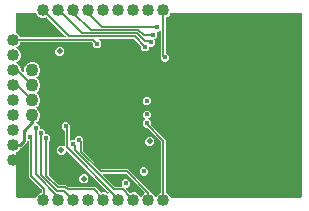
<source format=gbr>
G04 EAGLE Gerber RS-274X export*
G75*
%MOMM*%
%FSLAX34Y34*%
%LPD*%
%INBottom Copper*%
%IPPOS*%
%AMOC8*
5,1,8,0,0,1.08239X$1,22.5*%
G01*
%ADD10C,1.016000*%
%ADD11C,1.100000*%
%ADD12C,0.450000*%
%ADD13C,0.503200*%
%ADD14C,0.254000*%
%ADD15C,0.152400*%
%ADD16C,0.403200*%
%ADD17C,0.200000*%

G36*
X244899Y3255D02*
X244899Y3255D01*
X244918Y3253D01*
X245020Y3275D01*
X245122Y3291D01*
X245139Y3301D01*
X245159Y3305D01*
X245248Y3358D01*
X245339Y3407D01*
X245353Y3421D01*
X245370Y3431D01*
X245437Y3510D01*
X245509Y3585D01*
X245517Y3603D01*
X245530Y3618D01*
X245569Y3714D01*
X245612Y3808D01*
X245614Y3828D01*
X245622Y3846D01*
X245640Y4013D01*
X245640Y159055D01*
X245637Y159075D01*
X245639Y159094D01*
X245617Y159196D01*
X245601Y159298D01*
X245591Y159315D01*
X245587Y159335D01*
X245534Y159424D01*
X245485Y159515D01*
X245471Y159529D01*
X245461Y159546D01*
X245382Y159613D01*
X245307Y159685D01*
X245289Y159693D01*
X245274Y159706D01*
X245178Y159745D01*
X245084Y159788D01*
X245064Y159790D01*
X245046Y159798D01*
X244879Y159816D01*
X135011Y159816D01*
X134897Y159797D01*
X134780Y159780D01*
X134775Y159778D01*
X134769Y159777D01*
X134666Y159722D01*
X134561Y159669D01*
X134557Y159664D01*
X134551Y159661D01*
X134471Y159577D01*
X134389Y159493D01*
X134385Y159487D01*
X134382Y159483D01*
X134374Y159466D01*
X134308Y159346D01*
X133781Y158074D01*
X131994Y156287D01*
X130900Y155834D01*
X130800Y155772D01*
X130700Y155712D01*
X130696Y155707D01*
X130691Y155704D01*
X130616Y155613D01*
X130540Y155525D01*
X130538Y155519D01*
X130534Y155515D01*
X130492Y155406D01*
X130448Y155297D01*
X130447Y155290D01*
X130446Y155285D01*
X130445Y155267D01*
X130430Y155130D01*
X130430Y126202D01*
X130433Y126182D01*
X130431Y126163D01*
X130453Y126061D01*
X130469Y125959D01*
X130479Y125942D01*
X130483Y125922D01*
X130536Y125833D01*
X130585Y125742D01*
X130599Y125728D01*
X130609Y125711D01*
X130688Y125644D01*
X130763Y125572D01*
X130781Y125564D01*
X130796Y125551D01*
X130892Y125512D01*
X130957Y125483D01*
X133061Y123378D01*
X133061Y120462D01*
X130998Y118399D01*
X128082Y118399D01*
X126019Y120462D01*
X126019Y123378D01*
X126141Y123500D01*
X126194Y123574D01*
X126254Y123644D01*
X126266Y123674D01*
X126285Y123700D01*
X126312Y123787D01*
X126346Y123872D01*
X126350Y123913D01*
X126357Y123935D01*
X126356Y123967D01*
X126364Y124039D01*
X126364Y143677D01*
X126353Y143748D01*
X126351Y143820D01*
X126333Y143869D01*
X126325Y143920D01*
X126291Y143983D01*
X126266Y144051D01*
X126234Y144092D01*
X126209Y144138D01*
X126158Y144187D01*
X126113Y144243D01*
X126069Y144271D01*
X126031Y144307D01*
X125966Y144337D01*
X125906Y144376D01*
X125855Y144389D01*
X125808Y144411D01*
X125737Y144418D01*
X125667Y144436D01*
X125615Y144432D01*
X125564Y144438D01*
X125493Y144422D01*
X125422Y144417D01*
X125374Y144396D01*
X125323Y144385D01*
X125262Y144349D01*
X125196Y144320D01*
X125140Y144276D01*
X125112Y144259D01*
X125097Y144241D01*
X125065Y144216D01*
X124648Y143799D01*
X123368Y143799D01*
X123297Y143788D01*
X123225Y143786D01*
X123176Y143768D01*
X123125Y143760D01*
X123062Y143726D01*
X122994Y143701D01*
X122953Y143669D01*
X122907Y143644D01*
X122858Y143593D01*
X122802Y143548D01*
X122774Y143504D01*
X122738Y143466D01*
X122708Y143401D01*
X122669Y143341D01*
X122656Y143290D01*
X122634Y143243D01*
X122627Y143172D01*
X122609Y143102D01*
X122613Y143050D01*
X122607Y142999D01*
X122623Y142928D01*
X122628Y142857D01*
X122649Y142809D01*
X122660Y142758D01*
X122696Y142697D01*
X122725Y142631D01*
X122769Y142575D01*
X122786Y142547D01*
X122804Y142532D01*
X122829Y142500D01*
X122901Y142428D01*
X122901Y139512D01*
X121087Y137698D01*
X121076Y137682D01*
X121060Y137670D01*
X121004Y137582D01*
X120944Y137499D01*
X120938Y137480D01*
X120927Y137463D01*
X120902Y137362D01*
X120871Y137263D01*
X120872Y137244D01*
X120867Y137224D01*
X120875Y137121D01*
X120878Y137018D01*
X120885Y136999D01*
X120886Y136979D01*
X120927Y136884D01*
X120962Y136787D01*
X120975Y136771D01*
X120983Y136753D01*
X121087Y136622D01*
X121631Y136078D01*
X121631Y133162D01*
X119568Y131099D01*
X117312Y131099D01*
X117292Y131096D01*
X117273Y131098D01*
X117171Y131076D01*
X117069Y131060D01*
X117052Y131050D01*
X117032Y131046D01*
X116943Y130993D01*
X116852Y130944D01*
X116838Y130930D01*
X116821Y130920D01*
X116754Y130841D01*
X116682Y130766D01*
X116674Y130748D01*
X116661Y130733D01*
X116622Y130637D01*
X116579Y130543D01*
X116577Y130523D01*
X116569Y130505D01*
X116551Y130338D01*
X116551Y129352D01*
X114488Y127289D01*
X111572Y127289D01*
X109509Y129352D01*
X109509Y131141D01*
X109505Y131165D01*
X109507Y131181D01*
X109493Y131244D01*
X109487Y131322D01*
X109475Y131351D01*
X109470Y131383D01*
X109459Y131404D01*
X109455Y131422D01*
X109420Y131480D01*
X109391Y131548D01*
X109365Y131580D01*
X109354Y131601D01*
X109339Y131615D01*
X109329Y131633D01*
X109312Y131647D01*
X109286Y131679D01*
X103521Y137444D01*
X103447Y137497D01*
X103378Y137557D01*
X103347Y137569D01*
X103321Y137588D01*
X103234Y137615D01*
X103149Y137649D01*
X103108Y137653D01*
X103086Y137660D01*
X103054Y137659D01*
X102983Y137667D01*
X74890Y137667D01*
X74819Y137656D01*
X74747Y137654D01*
X74698Y137636D01*
X74647Y137628D01*
X74584Y137594D01*
X74516Y137569D01*
X74476Y137537D01*
X74429Y137512D01*
X74380Y137460D01*
X74324Y137416D01*
X74296Y137372D01*
X74260Y137334D01*
X74230Y137269D01*
X74191Y137209D01*
X74178Y137158D01*
X74156Y137111D01*
X74149Y137040D01*
X74131Y136970D01*
X74135Y136918D01*
X74129Y136867D01*
X74145Y136796D01*
X74150Y136725D01*
X74171Y136677D01*
X74182Y136626D01*
X74218Y136565D01*
X74247Y136499D01*
X74291Y136443D01*
X74308Y136415D01*
X74326Y136400D01*
X74351Y136368D01*
X75911Y134808D01*
X75911Y131892D01*
X73848Y129829D01*
X70932Y129829D01*
X68869Y131892D01*
X68869Y133681D01*
X68855Y133771D01*
X68847Y133862D01*
X68835Y133891D01*
X68830Y133923D01*
X68787Y134004D01*
X68751Y134088D01*
X68725Y134120D01*
X68714Y134141D01*
X68691Y134163D01*
X68646Y134219D01*
X68215Y134650D01*
X68141Y134703D01*
X68072Y134763D01*
X68041Y134775D01*
X68015Y134794D01*
X67928Y134821D01*
X67843Y134855D01*
X67802Y134859D01*
X67780Y134866D01*
X67748Y134865D01*
X67677Y134873D01*
X8049Y134873D01*
X7935Y134854D01*
X7819Y134837D01*
X7813Y134835D01*
X7807Y134834D01*
X7704Y134779D01*
X7599Y134726D01*
X7595Y134721D01*
X7589Y134718D01*
X7510Y134634D01*
X7427Y134550D01*
X7423Y134544D01*
X7420Y134540D01*
X7412Y134523D01*
X7346Y134403D01*
X6781Y133039D01*
X4994Y131252D01*
X4360Y130989D01*
X4299Y130952D01*
X4233Y130922D01*
X4195Y130887D01*
X4151Y130860D01*
X4105Y130804D01*
X4052Y130756D01*
X4027Y130710D01*
X3994Y130670D01*
X3968Y130603D01*
X3934Y130540D01*
X3925Y130489D01*
X3906Y130441D01*
X3903Y130369D01*
X3890Y130298D01*
X3898Y130247D01*
X3895Y130195D01*
X3915Y130126D01*
X3926Y130055D01*
X3949Y130009D01*
X3964Y129959D01*
X4005Y129900D01*
X4037Y129836D01*
X4075Y129799D01*
X4104Y129757D01*
X4162Y129714D01*
X4213Y129664D01*
X4276Y129629D01*
X4302Y129610D01*
X4324Y129602D01*
X4360Y129583D01*
X4994Y129320D01*
X6781Y127533D01*
X7748Y125199D01*
X7748Y122673D01*
X6781Y120339D01*
X4994Y118552D01*
X4360Y118289D01*
X4299Y118252D01*
X4233Y118222D01*
X4195Y118187D01*
X4151Y118160D01*
X4105Y118104D01*
X4052Y118056D01*
X4027Y118010D01*
X3994Y117970D01*
X3968Y117903D01*
X3934Y117840D01*
X3925Y117789D01*
X3906Y117741D01*
X3903Y117669D01*
X3890Y117598D01*
X3898Y117547D01*
X3895Y117495D01*
X3915Y117426D01*
X3926Y117355D01*
X3949Y117309D01*
X3964Y117259D01*
X4005Y117200D01*
X4037Y117136D01*
X4075Y117099D01*
X4104Y117057D01*
X4162Y117014D01*
X4213Y116964D01*
X4276Y116929D01*
X4302Y116910D01*
X4324Y116902D01*
X4360Y116883D01*
X4994Y116620D01*
X6781Y114833D01*
X7748Y112499D01*
X7748Y111720D01*
X7762Y111630D01*
X7770Y111539D01*
X7782Y111509D01*
X7787Y111477D01*
X7830Y111397D01*
X7866Y111313D01*
X7892Y111281D01*
X7903Y111260D01*
X7926Y111238D01*
X7971Y111182D01*
X9296Y109856D01*
X9354Y109815D01*
X9406Y109765D01*
X9454Y109743D01*
X9496Y109713D01*
X9564Y109692D01*
X9629Y109662D01*
X9681Y109656D01*
X9731Y109640D01*
X9803Y109642D01*
X9874Y109634D01*
X9925Y109645D01*
X9977Y109647D01*
X10044Y109671D01*
X10114Y109687D01*
X10159Y109713D01*
X10208Y109731D01*
X10264Y109776D01*
X10325Y109813D01*
X10359Y109852D01*
X10400Y109885D01*
X10439Y109945D01*
X10485Y110000D01*
X10505Y110048D01*
X10533Y110092D01*
X10550Y110161D01*
X10577Y110228D01*
X10585Y110299D01*
X10593Y110330D01*
X10591Y110354D01*
X10596Y110395D01*
X10596Y112444D01*
X11626Y114932D01*
X13531Y116837D01*
X16020Y117868D01*
X18713Y117868D01*
X21202Y116837D01*
X23106Y114932D01*
X24137Y112444D01*
X24137Y109750D01*
X23106Y107262D01*
X21192Y105347D01*
X21165Y105310D01*
X21131Y105279D01*
X21094Y105210D01*
X21048Y105147D01*
X21035Y105104D01*
X21013Y105063D01*
X20999Y104987D01*
X20976Y104912D01*
X20977Y104866D01*
X20969Y104821D01*
X20980Y104744D01*
X20982Y104666D01*
X20998Y104623D01*
X21005Y104578D01*
X21040Y104509D01*
X21067Y104435D01*
X21095Y104400D01*
X21116Y104359D01*
X21172Y104304D01*
X21220Y104243D01*
X21259Y104219D01*
X21292Y104186D01*
X21377Y104140D01*
X23296Y102221D01*
X24327Y99732D01*
X24327Y97039D01*
X23296Y94550D01*
X21332Y92586D01*
X21291Y92561D01*
X21262Y92526D01*
X21226Y92497D01*
X21184Y92432D01*
X21135Y92372D01*
X21118Y92329D01*
X21093Y92290D01*
X21074Y92215D01*
X21046Y92142D01*
X21044Y92096D01*
X21033Y92052D01*
X21039Y91974D01*
X21036Y91896D01*
X21049Y91852D01*
X21052Y91806D01*
X21083Y91735D01*
X21104Y91660D01*
X21131Y91622D01*
X21149Y91580D01*
X21234Y91473D01*
X21245Y91458D01*
X21249Y91455D01*
X21253Y91449D01*
X23139Y89563D01*
X24170Y87075D01*
X24170Y84381D01*
X23139Y81892D01*
X21233Y79986D01*
X21177Y79951D01*
X21111Y79922D01*
X21073Y79887D01*
X21029Y79859D01*
X20983Y79804D01*
X20930Y79756D01*
X20905Y79710D01*
X20872Y79670D01*
X20846Y79603D01*
X20811Y79540D01*
X20802Y79489D01*
X20784Y79440D01*
X20781Y79369D01*
X20768Y79298D01*
X20775Y79247D01*
X20773Y79195D01*
X20793Y79126D01*
X20804Y79055D01*
X20827Y79008D01*
X20842Y78958D01*
X20883Y78899D01*
X20915Y78835D01*
X20952Y78799D01*
X20982Y78756D01*
X21039Y78714D01*
X21091Y78663D01*
X21154Y78629D01*
X21179Y78609D01*
X21202Y78602D01*
X21238Y78582D01*
X21248Y78578D01*
X23153Y76673D01*
X24184Y74185D01*
X24184Y71491D01*
X23153Y69003D01*
X21210Y67060D01*
X21169Y67039D01*
X21151Y67020D01*
X21129Y67006D01*
X21067Y66931D01*
X21000Y66860D01*
X20989Y66837D01*
X20972Y66817D01*
X20937Y66726D01*
X20896Y66637D01*
X20893Y66611D01*
X20884Y66587D01*
X20880Y66489D01*
X20869Y66393D01*
X20875Y66367D01*
X20873Y66341D01*
X20901Y66248D01*
X20921Y66152D01*
X20935Y66130D01*
X20942Y66105D01*
X20998Y66025D01*
X21048Y65941D01*
X21067Y65924D01*
X21082Y65903D01*
X21160Y65845D01*
X21234Y65781D01*
X21259Y65772D01*
X21279Y65756D01*
X21372Y65726D01*
X21463Y65689D01*
X21495Y65686D01*
X21513Y65680D01*
X21546Y65680D01*
X21629Y65671D01*
X21778Y65671D01*
X23841Y63608D01*
X23841Y62022D01*
X23844Y62002D01*
X23842Y61983D01*
X23864Y61881D01*
X23880Y61779D01*
X23890Y61762D01*
X23894Y61742D01*
X23947Y61653D01*
X23996Y61562D01*
X24010Y61548D01*
X24020Y61531D01*
X24099Y61464D01*
X24174Y61393D01*
X24192Y61384D01*
X24207Y61371D01*
X24303Y61333D01*
X24397Y61289D01*
X24417Y61287D01*
X24435Y61279D01*
X24602Y61261D01*
X26358Y61261D01*
X28421Y59199D01*
X28421Y57622D01*
X28424Y57602D01*
X28422Y57583D01*
X28444Y57481D01*
X28461Y57379D01*
X28470Y57362D01*
X28474Y57342D01*
X28527Y57253D01*
X28576Y57162D01*
X28590Y57148D01*
X28600Y57131D01*
X28679Y57064D01*
X28754Y56992D01*
X28772Y56984D01*
X28787Y56971D01*
X28883Y56932D01*
X28977Y56889D01*
X28997Y56887D01*
X29015Y56879D01*
X29182Y56861D01*
X30668Y56861D01*
X32731Y54798D01*
X32731Y51882D01*
X31478Y50629D01*
X31425Y50555D01*
X31365Y50485D01*
X31353Y50455D01*
X31334Y50429D01*
X31307Y50342D01*
X31273Y50257D01*
X31269Y50216D01*
X31262Y50194D01*
X31263Y50162D01*
X31255Y50090D01*
X31255Y23018D01*
X31256Y23009D01*
X31256Y23005D01*
X31260Y22984D01*
X31270Y22928D01*
X31277Y22837D01*
X31289Y22807D01*
X31295Y22775D01*
X31337Y22695D01*
X31373Y22611D01*
X31399Y22579D01*
X31410Y22558D01*
X31433Y22536D01*
X31478Y22480D01*
X39764Y14194D01*
X39838Y14141D01*
X39907Y14081D01*
X39937Y14069D01*
X39964Y14050D01*
X40050Y14023D01*
X40135Y13989D01*
X40176Y13985D01*
X40199Y13978D01*
X40231Y13979D01*
X40302Y13971D01*
X46367Y13971D01*
X47922Y12416D01*
X47996Y12363D01*
X48066Y12303D01*
X48096Y12291D01*
X48122Y12272D01*
X48209Y12245D01*
X48294Y12211D01*
X48335Y12207D01*
X48357Y12200D01*
X48389Y12201D01*
X48461Y12193D01*
X70692Y12193D01*
X75269Y7616D01*
X75364Y7547D01*
X75458Y7478D01*
X75463Y7476D01*
X75469Y7472D01*
X75580Y7438D01*
X75691Y7402D01*
X75698Y7402D01*
X75704Y7400D01*
X75820Y7403D01*
X75937Y7404D01*
X75945Y7406D01*
X75950Y7406D01*
X75967Y7413D01*
X76098Y7451D01*
X76417Y7583D01*
X78943Y7583D01*
X81057Y6707D01*
X81152Y6685D01*
X81245Y6656D01*
X81271Y6657D01*
X81296Y6651D01*
X81393Y6660D01*
X81491Y6663D01*
X81515Y6672D01*
X81541Y6674D01*
X81630Y6714D01*
X81722Y6747D01*
X81742Y6764D01*
X81766Y6774D01*
X81838Y6840D01*
X81914Y6901D01*
X81928Y6923D01*
X81947Y6941D01*
X81994Y7026D01*
X82047Y7108D01*
X82053Y7133D01*
X82066Y7156D01*
X82083Y7252D01*
X82107Y7346D01*
X82105Y7372D01*
X82109Y7398D01*
X82095Y7495D01*
X82088Y7592D01*
X82077Y7616D01*
X82074Y7641D01*
X82029Y7729D01*
X81991Y7818D01*
X81971Y7843D01*
X81962Y7861D01*
X81938Y7884D01*
X81886Y7949D01*
X46996Y42839D01*
X46938Y42881D01*
X46886Y42930D01*
X46839Y42952D01*
X46797Y42983D01*
X46728Y43004D01*
X46663Y43034D01*
X46611Y43040D01*
X46561Y43055D01*
X46490Y43053D01*
X46419Y43061D01*
X46368Y43050D01*
X46316Y43049D01*
X46248Y43024D01*
X46178Y43009D01*
X46134Y42982D01*
X46085Y42964D01*
X46029Y42919D01*
X45967Y42883D01*
X45933Y42843D01*
X45893Y42810D01*
X45854Y42750D01*
X45807Y42696D01*
X45788Y42647D01*
X45760Y42603D01*
X45742Y42534D01*
X45715Y42467D01*
X45707Y42396D01*
X45699Y42365D01*
X45701Y42342D01*
X45697Y42301D01*
X45697Y41611D01*
X43479Y39393D01*
X40341Y39393D01*
X38123Y41611D01*
X38123Y44749D01*
X40341Y46967D01*
X43479Y46967D01*
X43658Y46788D01*
X43716Y46746D01*
X43768Y46696D01*
X43815Y46674D01*
X43857Y46644D01*
X43926Y46623D01*
X43991Y46593D01*
X44043Y46587D01*
X44093Y46572D01*
X44164Y46573D01*
X44235Y46566D01*
X44286Y46577D01*
X44338Y46578D01*
X44406Y46603D01*
X44476Y46618D01*
X44521Y46645D01*
X44569Y46662D01*
X44625Y46707D01*
X44687Y46744D01*
X44721Y46784D01*
X44761Y46816D01*
X44800Y46876D01*
X44847Y46931D01*
X44866Y46979D01*
X44894Y47023D01*
X44912Y47092D01*
X44939Y47159D01*
X44947Y47230D01*
X44955Y47262D01*
X44953Y47285D01*
X44957Y47326D01*
X44957Y59218D01*
X44954Y59238D01*
X44956Y59257D01*
X44934Y59359D01*
X44918Y59461D01*
X44908Y59478D01*
X44904Y59498D01*
X44851Y59587D01*
X44802Y59678D01*
X44788Y59692D01*
X44778Y59709D01*
X44699Y59776D01*
X44624Y59848D01*
X44606Y59856D01*
X44591Y59869D01*
X44495Y59908D01*
X44401Y59951D01*
X44381Y59953D01*
X44363Y59961D01*
X44270Y59971D01*
X42199Y62042D01*
X42199Y64958D01*
X44262Y67021D01*
X47178Y67021D01*
X49241Y64958D01*
X49241Y62040D01*
X49193Y61973D01*
X49133Y61903D01*
X49121Y61873D01*
X49102Y61847D01*
X49075Y61760D01*
X49041Y61675D01*
X49037Y61634D01*
X49030Y61612D01*
X49031Y61580D01*
X49023Y61508D01*
X49023Y52030D01*
X49034Y51959D01*
X49036Y51887D01*
X49054Y51838D01*
X49062Y51787D01*
X49096Y51724D01*
X49121Y51656D01*
X49153Y51615D01*
X49178Y51569D01*
X49230Y51520D01*
X49274Y51464D01*
X49318Y51436D01*
X49356Y51400D01*
X49421Y51370D01*
X49481Y51331D01*
X49532Y51318D01*
X49579Y51296D01*
X49650Y51289D01*
X49720Y51271D01*
X49772Y51275D01*
X49823Y51269D01*
X49894Y51285D01*
X49965Y51290D01*
X50013Y51311D01*
X50064Y51322D01*
X50125Y51358D01*
X50191Y51387D01*
X50247Y51431D01*
X50275Y51448D01*
X50290Y51466D01*
X50322Y51491D01*
X50612Y51781D01*
X52868Y51781D01*
X52888Y51784D01*
X52907Y51782D01*
X53009Y51804D01*
X53111Y51820D01*
X53128Y51830D01*
X53148Y51834D01*
X53237Y51887D01*
X53328Y51936D01*
X53342Y51950D01*
X53359Y51960D01*
X53426Y52039D01*
X53498Y52114D01*
X53506Y52132D01*
X53519Y52147D01*
X53558Y52243D01*
X53601Y52337D01*
X53603Y52357D01*
X53611Y52375D01*
X53629Y52542D01*
X53629Y53528D01*
X55692Y55591D01*
X58608Y55591D01*
X60671Y53528D01*
X60671Y50610D01*
X60623Y50543D01*
X60563Y50473D01*
X60551Y50443D01*
X60532Y50417D01*
X60505Y50330D01*
X60471Y50245D01*
X60467Y50204D01*
X60460Y50182D01*
X60461Y50150D01*
X60453Y50078D01*
X60453Y43350D01*
X60467Y43260D01*
X60475Y43169D01*
X60487Y43139D01*
X60492Y43107D01*
X60535Y43027D01*
X60571Y42943D01*
X60597Y42911D01*
X60608Y42890D01*
X60631Y42868D01*
X60676Y42812D01*
X75832Y27656D01*
X75906Y27603D01*
X75975Y27543D01*
X76005Y27531D01*
X76032Y27512D01*
X76118Y27485D01*
X76203Y27451D01*
X76244Y27447D01*
X76267Y27440D01*
X76299Y27441D01*
X76370Y27433D01*
X98632Y27433D01*
X117813Y8252D01*
X117813Y7773D01*
X117832Y7658D01*
X117849Y7542D01*
X117851Y7536D01*
X117852Y7530D01*
X117907Y7428D01*
X117960Y7322D01*
X117965Y7318D01*
X117968Y7313D01*
X118052Y7233D01*
X118136Y7150D01*
X118142Y7147D01*
X118146Y7143D01*
X118163Y7135D01*
X118283Y7069D01*
X119377Y6616D01*
X121164Y4829D01*
X121427Y4195D01*
X121464Y4134D01*
X121494Y4068D01*
X121529Y4030D01*
X121556Y3986D01*
X121612Y3940D01*
X121660Y3887D01*
X121706Y3862D01*
X121746Y3829D01*
X121813Y3803D01*
X121876Y3769D01*
X121927Y3760D01*
X121975Y3741D01*
X122047Y3738D01*
X122118Y3725D01*
X122169Y3733D01*
X122221Y3730D01*
X122290Y3750D01*
X122361Y3761D01*
X122407Y3784D01*
X122457Y3799D01*
X122516Y3840D01*
X122580Y3872D01*
X122617Y3910D01*
X122659Y3939D01*
X122702Y3997D01*
X122752Y4048D01*
X122787Y4111D01*
X122806Y4137D01*
X122813Y4159D01*
X122833Y4195D01*
X123096Y4829D01*
X124883Y6616D01*
X125977Y7069D01*
X126077Y7131D01*
X126177Y7191D01*
X126181Y7196D01*
X126186Y7199D01*
X126261Y7290D01*
X126337Y7378D01*
X126339Y7384D01*
X126343Y7388D01*
X126385Y7497D01*
X126429Y7606D01*
X126430Y7613D01*
X126431Y7618D01*
X126432Y7636D01*
X126447Y7773D01*
X126447Y50363D01*
X126433Y50453D01*
X126425Y50544D01*
X126413Y50574D01*
X126408Y50606D01*
X126365Y50687D01*
X126329Y50771D01*
X126303Y50803D01*
X126292Y50823D01*
X126269Y50846D01*
X126224Y50902D01*
X114830Y62296D01*
X114756Y62349D01*
X114686Y62409D01*
X114656Y62421D01*
X114630Y62440D01*
X114543Y62467D01*
X114458Y62501D01*
X114417Y62505D01*
X114395Y62512D01*
X114363Y62511D01*
X114291Y62519D01*
X112842Y62519D01*
X110779Y64582D01*
X110779Y67498D01*
X112758Y69477D01*
X112770Y69493D01*
X112785Y69506D01*
X112841Y69593D01*
X112902Y69677D01*
X112907Y69696D01*
X112918Y69713D01*
X112944Y69813D01*
X112974Y69912D01*
X112973Y69932D01*
X112978Y69951D01*
X112970Y70054D01*
X112968Y70158D01*
X112961Y70177D01*
X112959Y70196D01*
X112919Y70291D01*
X112883Y70389D01*
X112871Y70405D01*
X112863Y70423D01*
X112758Y70554D01*
X111013Y72299D01*
X111013Y75021D01*
X112939Y76947D01*
X115661Y76947D01*
X117587Y75021D01*
X117587Y72299D01*
X115842Y70554D01*
X115830Y70538D01*
X115815Y70525D01*
X115759Y70438D01*
X115698Y70354D01*
X115693Y70335D01*
X115682Y70318D01*
X115656Y70218D01*
X115626Y70119D01*
X115627Y70099D01*
X115622Y70080D01*
X115630Y69977D01*
X115632Y69873D01*
X115639Y69854D01*
X115641Y69834D01*
X115681Y69740D01*
X115717Y69642D01*
X115729Y69626D01*
X115737Y69608D01*
X115842Y69477D01*
X117821Y67498D01*
X117821Y65370D01*
X117835Y65280D01*
X117843Y65189D01*
X117855Y65159D01*
X117860Y65127D01*
X117903Y65046D01*
X117939Y64963D01*
X117965Y64930D01*
X117976Y64910D01*
X117999Y64888D01*
X118044Y64832D01*
X130513Y52363D01*
X130513Y7773D01*
X130532Y7658D01*
X130549Y7542D01*
X130551Y7536D01*
X130552Y7530D01*
X130607Y7428D01*
X130660Y7322D01*
X130665Y7318D01*
X130668Y7313D01*
X130752Y7233D01*
X130836Y7150D01*
X130842Y7147D01*
X130846Y7143D01*
X130863Y7135D01*
X130983Y7069D01*
X132077Y6616D01*
X133864Y4829D01*
X134323Y3722D01*
X134384Y3622D01*
X134444Y3522D01*
X134449Y3518D01*
X134452Y3513D01*
X134542Y3438D01*
X134631Y3362D01*
X134637Y3360D01*
X134642Y3356D01*
X134750Y3314D01*
X134859Y3270D01*
X134867Y3269D01*
X134871Y3268D01*
X134890Y3267D01*
X135026Y3252D01*
X244879Y3252D01*
X244899Y3255D01*
G37*
G36*
X44887Y138950D02*
X44887Y138950D01*
X44959Y138952D01*
X45008Y138970D01*
X45059Y138978D01*
X45123Y139012D01*
X45190Y139037D01*
X45231Y139069D01*
X45277Y139094D01*
X45326Y139145D01*
X45382Y139190D01*
X45410Y139234D01*
X45446Y139272D01*
X45476Y139337D01*
X45515Y139397D01*
X45528Y139448D01*
X45550Y139495D01*
X45558Y139566D01*
X45575Y139636D01*
X45571Y139688D01*
X45577Y139739D01*
X45562Y139810D01*
X45556Y139881D01*
X45536Y139929D01*
X45525Y139980D01*
X45488Y140041D01*
X45460Y140107D01*
X45415Y140163D01*
X45399Y140191D01*
X45381Y140206D01*
X45355Y140238D01*
X29985Y155609D01*
X29891Y155676D01*
X29796Y155747D01*
X29790Y155749D01*
X29785Y155752D01*
X29674Y155786D01*
X29562Y155823D01*
X29556Y155823D01*
X29550Y155825D01*
X29433Y155822D01*
X29316Y155820D01*
X29309Y155818D01*
X29304Y155818D01*
X29286Y155812D01*
X29155Y155774D01*
X28060Y155320D01*
X25534Y155320D01*
X23200Y156287D01*
X21413Y158074D01*
X20886Y159346D01*
X20824Y159446D01*
X20764Y159546D01*
X20760Y159550D01*
X20756Y159555D01*
X20667Y159630D01*
X20577Y159706D01*
X20572Y159708D01*
X20567Y159712D01*
X20459Y159754D01*
X20349Y159798D01*
X20342Y159799D01*
X20337Y159800D01*
X20319Y159801D01*
X20183Y159816D01*
X4394Y159816D01*
X4374Y159813D01*
X4355Y159815D01*
X4253Y159793D01*
X4151Y159777D01*
X4134Y159767D01*
X4114Y159763D01*
X4025Y159710D01*
X3934Y159661D01*
X3920Y159647D01*
X3903Y159637D01*
X3836Y159558D01*
X3764Y159483D01*
X3756Y159465D01*
X3743Y159450D01*
X3704Y159354D01*
X3661Y159260D01*
X3659Y159240D01*
X3651Y159222D01*
X3633Y159055D01*
X3633Y143093D01*
X3651Y142978D01*
X3669Y142862D01*
X3671Y142856D01*
X3672Y142850D01*
X3727Y142747D01*
X3780Y142642D01*
X3785Y142638D01*
X3788Y142632D01*
X3873Y142552D01*
X3956Y142470D01*
X3962Y142467D01*
X3966Y142463D01*
X3983Y142455D01*
X4103Y142389D01*
X4994Y142020D01*
X6781Y140233D01*
X7122Y139409D01*
X7184Y139309D01*
X7244Y139209D01*
X7249Y139205D01*
X7252Y139200D01*
X7342Y139125D01*
X7431Y139049D01*
X7437Y139047D01*
X7442Y139043D01*
X7550Y139001D01*
X7659Y138957D01*
X7667Y138956D01*
X7671Y138955D01*
X7689Y138954D01*
X7826Y138939D01*
X44817Y138939D01*
X44887Y138950D01*
G37*
G36*
X20449Y3271D02*
X20449Y3271D01*
X20565Y3288D01*
X20571Y3290D01*
X20577Y3291D01*
X20679Y3346D01*
X20784Y3399D01*
X20789Y3404D01*
X20794Y3407D01*
X20874Y3491D01*
X20956Y3575D01*
X20960Y3581D01*
X20963Y3585D01*
X20971Y3602D01*
X21037Y3722D01*
X21496Y4829D01*
X23283Y6616D01*
X24888Y7281D01*
X24988Y7343D01*
X25088Y7403D01*
X25092Y7407D01*
X25097Y7411D01*
X25172Y7500D01*
X25248Y7589D01*
X25250Y7595D01*
X25254Y7600D01*
X25296Y7708D01*
X25340Y7818D01*
X25341Y7825D01*
X25342Y7830D01*
X25343Y7848D01*
X25358Y7984D01*
X25358Y9724D01*
X25344Y9814D01*
X25336Y9905D01*
X25324Y9934D01*
X25319Y9966D01*
X25276Y10047D01*
X25240Y10131D01*
X25214Y10163D01*
X25203Y10184D01*
X25180Y10206D01*
X25135Y10262D01*
X14477Y20920D01*
X14477Y50328D01*
X14474Y50348D01*
X14476Y50367D01*
X14454Y50469D01*
X14438Y50571D01*
X14428Y50588D01*
X14424Y50608D01*
X14371Y50697D01*
X14322Y50788D01*
X14308Y50802D01*
X14298Y50819D01*
X14219Y50886D01*
X14144Y50958D01*
X14126Y50966D01*
X14111Y50979D01*
X14015Y51018D01*
X13921Y51061D01*
X13901Y51063D01*
X13883Y51071D01*
X13716Y51089D01*
X13589Y51089D01*
X13569Y51086D01*
X13550Y51088D01*
X13448Y51066D01*
X13346Y51050D01*
X13329Y51040D01*
X13309Y51036D01*
X13220Y50983D01*
X13129Y50934D01*
X13115Y50920D01*
X13098Y50910D01*
X13031Y50831D01*
X12959Y50756D01*
X12951Y50738D01*
X12938Y50723D01*
X12899Y50627D01*
X12856Y50533D01*
X12854Y50513D01*
X12846Y50495D01*
X12828Y50328D01*
X12828Y49875D01*
X8148Y45195D01*
X7727Y45195D01*
X7612Y45176D01*
X7496Y45159D01*
X7491Y45157D01*
X7484Y45156D01*
X7382Y45101D01*
X7277Y45048D01*
X7273Y45043D01*
X7267Y45040D01*
X7187Y44956D01*
X7105Y44872D01*
X7101Y44866D01*
X7098Y44862D01*
X7090Y44845D01*
X7024Y44725D01*
X6781Y44139D01*
X4994Y42352D01*
X4103Y41983D01*
X4003Y41921D01*
X3903Y41861D01*
X3899Y41856D01*
X3894Y41853D01*
X3819Y41763D01*
X3743Y41674D01*
X3741Y41668D01*
X3737Y41664D01*
X3695Y41556D01*
X3651Y41446D01*
X3650Y41439D01*
X3649Y41434D01*
X3648Y41416D01*
X3633Y41279D01*
X3633Y4013D01*
X3636Y3993D01*
X3634Y3974D01*
X3656Y3872D01*
X3672Y3770D01*
X3682Y3753D01*
X3686Y3733D01*
X3739Y3644D01*
X3788Y3553D01*
X3802Y3539D01*
X3812Y3522D01*
X3891Y3455D01*
X3966Y3383D01*
X3984Y3375D01*
X3999Y3362D01*
X4095Y3323D01*
X4189Y3280D01*
X4209Y3278D01*
X4227Y3270D01*
X4394Y3252D01*
X20334Y3252D01*
X20449Y3271D01*
G37*
G36*
X109469Y3733D02*
X109469Y3733D01*
X109521Y3730D01*
X109590Y3750D01*
X109661Y3761D01*
X109707Y3784D01*
X109757Y3799D01*
X109816Y3840D01*
X109880Y3872D01*
X109917Y3910D01*
X109959Y3939D01*
X110002Y3997D01*
X110052Y4048D01*
X110087Y4111D01*
X110106Y4137D01*
X110113Y4159D01*
X110133Y4195D01*
X110396Y4829D01*
X112183Y6616D01*
X112202Y6624D01*
X112242Y6648D01*
X112285Y6664D01*
X112345Y6713D01*
X112412Y6754D01*
X112441Y6789D01*
X112477Y6818D01*
X112519Y6883D01*
X112568Y6943D01*
X112585Y6986D01*
X112610Y7025D01*
X112629Y7100D01*
X112657Y7173D01*
X112659Y7219D01*
X112670Y7263D01*
X112664Y7341D01*
X112667Y7419D01*
X112654Y7463D01*
X112651Y7508D01*
X112620Y7580D01*
X112599Y7655D01*
X112572Y7693D01*
X112554Y7735D01*
X112469Y7841D01*
X112458Y7857D01*
X112454Y7860D01*
X112450Y7866D01*
X97171Y23144D01*
X97097Y23197D01*
X97028Y23257D01*
X96997Y23269D01*
X96971Y23288D01*
X96884Y23315D01*
X96799Y23349D01*
X96758Y23353D01*
X96736Y23360D01*
X96704Y23359D01*
X96633Y23367D01*
X78007Y23367D01*
X77936Y23356D01*
X77864Y23354D01*
X77815Y23336D01*
X77764Y23328D01*
X77701Y23294D01*
X77633Y23269D01*
X77593Y23237D01*
X77547Y23212D01*
X77497Y23160D01*
X77441Y23116D01*
X77413Y23072D01*
X77377Y23034D01*
X77347Y22969D01*
X77308Y22909D01*
X77295Y22858D01*
X77274Y22811D01*
X77266Y22740D01*
X77248Y22670D01*
X77252Y22618D01*
X77246Y22567D01*
X77262Y22496D01*
X77267Y22425D01*
X77288Y22377D01*
X77299Y22326D01*
X77336Y22264D01*
X77364Y22199D01*
X77408Y22143D01*
X77425Y22115D01*
X77443Y22100D01*
X77468Y22068D01*
X87120Y12416D01*
X87194Y12363D01*
X87264Y12303D01*
X87294Y12291D01*
X87320Y12272D01*
X87407Y12245D01*
X87492Y12211D01*
X87533Y12207D01*
X87555Y12200D01*
X87587Y12201D01*
X87659Y12193D01*
X92750Y12193D01*
X92821Y12204D01*
X92893Y12206D01*
X92942Y12224D01*
X92993Y12232D01*
X93056Y12266D01*
X93124Y12291D01*
X93165Y12323D01*
X93211Y12348D01*
X93260Y12400D01*
X93316Y12444D01*
X93344Y12488D01*
X93380Y12526D01*
X93410Y12591D01*
X93449Y12651D01*
X93462Y12702D01*
X93484Y12749D01*
X93491Y12820D01*
X93509Y12890D01*
X93505Y12942D01*
X93511Y12993D01*
X93495Y13064D01*
X93490Y13135D01*
X93469Y13183D01*
X93458Y13234D01*
X93422Y13295D01*
X93393Y13361D01*
X93349Y13417D01*
X93332Y13445D01*
X93314Y13460D01*
X93289Y13492D01*
X92999Y13782D01*
X92999Y16698D01*
X95062Y18761D01*
X97978Y18761D01*
X100041Y16698D01*
X100041Y13782D01*
X97978Y11719D01*
X97305Y11719D01*
X97235Y11708D01*
X97163Y11706D01*
X97114Y11688D01*
X97063Y11680D01*
X96999Y11646D01*
X96932Y11621D01*
X96891Y11589D01*
X96845Y11564D01*
X96796Y11513D01*
X96740Y11468D01*
X96712Y11424D01*
X96676Y11386D01*
X96646Y11321D01*
X96607Y11261D01*
X96594Y11210D01*
X96572Y11163D01*
X96564Y11092D01*
X96547Y11022D01*
X96551Y10970D01*
X96545Y10919D01*
X96560Y10848D01*
X96566Y10777D01*
X96586Y10729D01*
X96597Y10678D01*
X96634Y10617D01*
X96662Y10551D01*
X96707Y10495D01*
X96723Y10467D01*
X96741Y10452D01*
X96767Y10420D01*
X99892Y7294D01*
X99986Y7227D01*
X100081Y7156D01*
X100087Y7154D01*
X100092Y7151D01*
X100203Y7117D01*
X100315Y7080D01*
X100321Y7080D01*
X100327Y7078D01*
X100444Y7081D01*
X100561Y7083D01*
X100568Y7085D01*
X100573Y7085D01*
X100591Y7091D01*
X100722Y7129D01*
X101817Y7583D01*
X104343Y7583D01*
X106677Y6616D01*
X108464Y4829D01*
X108727Y4195D01*
X108764Y4134D01*
X108794Y4068D01*
X108829Y4030D01*
X108856Y3986D01*
X108912Y3940D01*
X108960Y3887D01*
X109006Y3862D01*
X109046Y3829D01*
X109113Y3803D01*
X109176Y3769D01*
X109227Y3760D01*
X109275Y3741D01*
X109347Y3738D01*
X109418Y3725D01*
X109469Y3733D01*
G37*
%LPC*%
G36*
X39071Y123213D02*
X39071Y123213D01*
X36853Y125431D01*
X36853Y128569D01*
X39071Y130787D01*
X42209Y130787D01*
X44427Y128569D01*
X44427Y125431D01*
X42209Y123213D01*
X39071Y123213D01*
G37*
%LPD*%
%LPC*%
G36*
X115271Y47013D02*
X115271Y47013D01*
X113053Y49231D01*
X113053Y52369D01*
X115271Y54587D01*
X118409Y54587D01*
X120627Y52369D01*
X120627Y49231D01*
X118409Y47013D01*
X115271Y47013D01*
G37*
%LPD*%
%LPC*%
G36*
X59391Y15263D02*
X59391Y15263D01*
X57173Y17481D01*
X57173Y20619D01*
X59391Y22837D01*
X62529Y22837D01*
X64747Y20619D01*
X64747Y17481D01*
X62529Y15263D01*
X59391Y15263D01*
G37*
%LPD*%
%LPC*%
G36*
X112842Y81569D02*
X112842Y81569D01*
X110779Y83632D01*
X110779Y86548D01*
X112842Y88611D01*
X115758Y88611D01*
X117821Y86548D01*
X117821Y83632D01*
X115758Y81569D01*
X112842Y81569D01*
G37*
%LPD*%
%LPC*%
G36*
X110302Y21879D02*
X110302Y21879D01*
X108239Y23942D01*
X108239Y26858D01*
X110302Y28921D01*
X113218Y28921D01*
X115281Y26858D01*
X115281Y23942D01*
X113218Y21879D01*
X110302Y21879D01*
G37*
%LPD*%
D10*
X1397Y85836D03*
X1397Y98536D03*
X1397Y111236D03*
X1397Y123936D03*
X1397Y136636D03*
X1397Y73136D03*
X1397Y60436D03*
X1397Y47736D03*
X1397Y35036D03*
X77597Y161671D03*
X90297Y161671D03*
X102997Y161671D03*
X115697Y161671D03*
X128397Y161671D03*
X64897Y161671D03*
X52197Y161671D03*
X39497Y161671D03*
X26797Y161671D03*
X77680Y1232D03*
X90380Y1232D03*
X103080Y1232D03*
X115780Y1232D03*
X128480Y1232D03*
X64980Y1232D03*
X52280Y1232D03*
X39580Y1232D03*
X26880Y1232D03*
D11*
X17399Y85728D03*
X17556Y98385D03*
X17366Y111097D03*
X17413Y72838D03*
X17660Y123757D03*
D12*
X165100Y128270D03*
X170180Y128270D03*
X175260Y128270D03*
X180340Y128270D03*
X185420Y128270D03*
X190500Y128270D03*
X195580Y128270D03*
X200660Y128270D03*
X205740Y128270D03*
X210820Y128270D03*
X215900Y128270D03*
X220980Y128270D03*
X226060Y128270D03*
X231140Y128270D03*
X236220Y128270D03*
X241300Y129540D03*
X165100Y116840D03*
X170180Y116840D03*
X175260Y116840D03*
X180340Y116840D03*
X185420Y116840D03*
X190500Y116840D03*
X195580Y116840D03*
X200660Y116840D03*
X205740Y116840D03*
X210820Y116840D03*
X215900Y116840D03*
X220980Y116840D03*
X226060Y116840D03*
X231140Y116840D03*
X236220Y116840D03*
X241300Y115570D03*
X241300Y144540D03*
X241300Y157040D03*
X231300Y157040D03*
X221300Y157040D03*
X211300Y157040D03*
X201300Y157040D03*
X191300Y157040D03*
X181300Y157040D03*
X171300Y157040D03*
X231300Y144540D03*
X221300Y144540D03*
X211300Y144540D03*
X201300Y144540D03*
X191300Y144540D03*
X181300Y144540D03*
X171300Y144540D03*
X241300Y103070D03*
X241300Y90570D03*
X241300Y78070D03*
X241300Y65570D03*
X241300Y54380D03*
X241300Y41920D03*
X241300Y29460D03*
X241300Y15730D03*
X231300Y103070D03*
X221300Y103070D03*
X211300Y103070D03*
X201300Y103070D03*
X191300Y103070D03*
X181300Y103070D03*
X171300Y103070D03*
X231300Y90570D03*
X221300Y90570D03*
X211300Y90570D03*
X201300Y90570D03*
X191300Y90570D03*
X181300Y90570D03*
X171300Y90570D03*
X231300Y78070D03*
X221300Y78070D03*
X211300Y78070D03*
X201300Y78070D03*
X191300Y78070D03*
X181300Y78070D03*
X171300Y78070D03*
X231300Y65570D03*
X221300Y65570D03*
X211300Y65570D03*
X201300Y65570D03*
X191300Y65570D03*
X181300Y65570D03*
X171300Y65570D03*
X231300Y54380D03*
X221300Y54380D03*
X211300Y54380D03*
X201300Y54380D03*
X191300Y54380D03*
X181300Y54380D03*
X171300Y54380D03*
X231300Y41920D03*
X221300Y41920D03*
X211300Y41920D03*
X201300Y41920D03*
X191300Y41920D03*
X181300Y41920D03*
X171300Y41920D03*
X231300Y29460D03*
X221300Y29460D03*
X211300Y29460D03*
X201300Y29460D03*
X191300Y29460D03*
X181300Y29460D03*
X171300Y29460D03*
X231300Y15730D03*
X221300Y15730D03*
X211300Y15730D03*
X201300Y15730D03*
X191300Y15730D03*
X181300Y15730D03*
X171300Y15730D03*
X160070Y5570D03*
X146300Y5570D03*
X161300Y157040D03*
X151300Y157040D03*
X141300Y157040D03*
X161300Y144540D03*
X151300Y144540D03*
X141300Y144540D03*
X171300Y5570D03*
X181300Y5570D03*
X191300Y5570D03*
X201300Y5570D03*
X211300Y5570D03*
X221300Y5570D03*
X231300Y5570D03*
X241300Y5570D03*
X74780Y91640D03*
X74780Y101800D03*
X74780Y110690D03*
X74780Y82750D03*
X74780Y72590D03*
X65890Y82750D03*
X57000Y82750D03*
X65890Y72590D03*
X57000Y72590D03*
X65890Y91640D03*
X57000Y91640D03*
X57000Y101800D03*
X65890Y101800D03*
X57000Y110690D03*
X65890Y110690D03*
X83670Y110690D03*
X92560Y110690D03*
X83670Y101800D03*
X92560Y101800D03*
X83670Y91640D03*
X83670Y82750D03*
X83670Y72590D03*
X92560Y91640D03*
X92560Y72590D03*
X92560Y82750D03*
X159870Y90570D03*
X148440Y90570D03*
X138280Y90570D03*
X159870Y78070D03*
X159870Y65570D03*
X159870Y54380D03*
X159870Y41920D03*
X159870Y29460D03*
X159870Y15730D03*
X147170Y29460D03*
X147170Y41920D03*
X147170Y54380D03*
X146300Y15730D03*
X159870Y103070D03*
D13*
X69850Y45720D03*
X88900Y16510D03*
D12*
X141300Y131840D03*
X141300Y120410D03*
D13*
X27075Y74343D03*
D12*
X6680Y157040D03*
X6680Y144540D03*
X6600Y5570D03*
X18030Y5570D03*
X6600Y19540D03*
X44300Y28190D03*
X99390Y133110D03*
X129390Y104340D03*
X109070Y57160D03*
X120500Y89300D03*
X159161Y114260D03*
D13*
X26192Y128892D03*
D12*
X137010Y41920D03*
X137010Y29460D03*
X137410Y15730D03*
X137410Y5570D03*
D13*
X41910Y43180D03*
X116840Y50800D03*
X60960Y19050D03*
D12*
X96520Y15240D03*
D13*
X40640Y127000D03*
D14*
X17413Y72838D02*
X17413Y66943D01*
X10287Y59817D02*
X10287Y50927D01*
X10287Y59817D02*
X17413Y66943D01*
X7096Y47736D02*
X1397Y47736D01*
X7096Y47736D02*
X10287Y50927D01*
D12*
X114300Y66040D03*
D15*
X128480Y51521D02*
X128480Y1232D01*
X128480Y51521D02*
X114300Y65701D01*
X114300Y66040D01*
D16*
X114300Y73660D03*
D12*
X114300Y85090D03*
X129540Y121920D03*
D15*
X128397Y123063D02*
X128397Y161671D01*
X128397Y123063D02*
X129540Y121920D01*
D12*
X123190Y147320D03*
D15*
X122428Y148082D01*
X76708Y148082D01*
X64897Y159893D02*
X64897Y161671D01*
X64897Y159893D02*
X76708Y148082D01*
D12*
X119380Y140970D03*
D15*
X111607Y140970D01*
X107289Y145288D01*
X66802Y145288D01*
X52197Y159893D02*
X52197Y161671D01*
X52197Y159893D02*
X66802Y145288D01*
D12*
X118110Y134620D03*
D15*
X116840Y135890D01*
X112736Y135890D01*
X106132Y142494D01*
X59436Y142494D01*
X40259Y161671D02*
X39497Y161671D01*
X40259Y161671D02*
X59436Y142494D01*
D12*
X113030Y130810D03*
D15*
X104140Y139700D01*
X48768Y139700D02*
X26797Y161671D01*
X48768Y139700D02*
X104140Y139700D01*
D12*
X72390Y133350D03*
D15*
X68834Y136906D01*
X1667Y136906D01*
X1397Y136636D01*
D17*
X4705Y111236D02*
X17556Y98385D01*
X4705Y111236D02*
X1397Y111236D01*
X4591Y98536D02*
X17399Y85728D01*
X4591Y98536D02*
X1397Y98536D01*
D12*
X15240Y54610D03*
D15*
X16510Y53340D01*
X16510Y21762D01*
X27391Y10881D01*
X27391Y1743D01*
X26880Y1232D01*
D12*
X20320Y62150D03*
D15*
X20270Y22910D02*
X39580Y3600D01*
X20270Y62100D02*
X20320Y62150D01*
X20270Y62100D02*
X20270Y22910D01*
X39580Y3600D02*
X39580Y1232D01*
D12*
X24900Y57740D03*
D15*
X24836Y57676D01*
X24836Y22296D01*
X37987Y9144D01*
X44368Y9144D01*
X52280Y1232D01*
D12*
X29210Y53340D03*
D15*
X39145Y11938D02*
X45525Y11938D01*
X29222Y53328D02*
X29210Y53340D01*
X29222Y53328D02*
X29222Y21861D01*
X39145Y11938D01*
X45525Y11938D02*
X47303Y10160D01*
X69850Y10160D01*
X77680Y2330D01*
X77680Y1232D01*
D12*
X45720Y63500D03*
D15*
X46990Y62230D01*
X46990Y45720D01*
X88697Y4013D01*
X88697Y2915D02*
X90380Y1232D01*
X88697Y2915D02*
X88697Y4013D01*
D12*
X52070Y48260D03*
D15*
X53340Y46990D01*
X53340Y43321D01*
X94152Y10160D02*
X100299Y4013D01*
X100127Y4013D02*
X99060Y5080D01*
X97790Y6350D01*
X86501Y10160D02*
X53340Y43321D01*
X86501Y10160D02*
X94152Y10160D01*
X100127Y4013D02*
X100299Y4013D01*
X102908Y1232D02*
X103080Y1232D01*
X102908Y1232D02*
X100127Y4013D01*
D12*
X57150Y52070D03*
D15*
X58420Y50800D01*
X58420Y42193D01*
X75213Y25400D01*
X97790Y25400D01*
X115780Y7410D01*
X115780Y1232D01*
D12*
X111760Y25400D03*
X17322Y111010D03*
D15*
X17366Y111055D02*
X17366Y111097D01*
X17366Y111055D02*
X17322Y111010D01*
M02*

</source>
